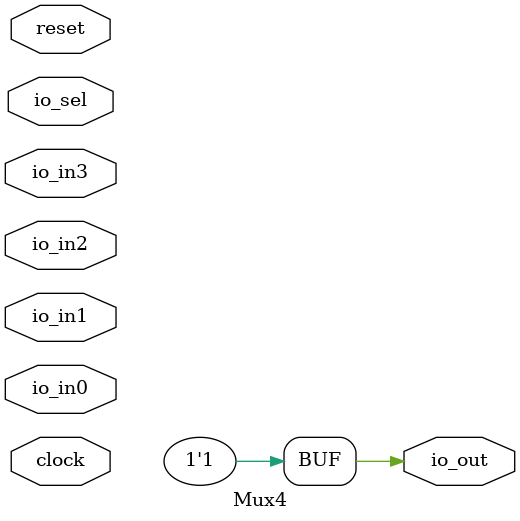
<source format=v>
module Mux4(
  input        clock,
  input        reset,
  input        io_in0,
  input        io_in1,
  input        io_in2,
  input        io_in3,
  input  [1:0] io_sel,
  output       io_out
);
  assign io_out = 1'h1; // @[Mux4.scala 46:10]
endmodule

</source>
